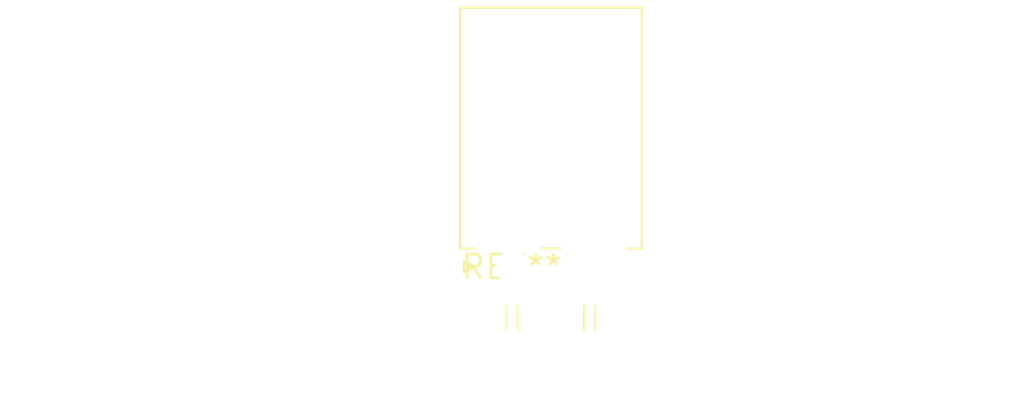
<source format=kicad_pcb>
(kicad_pcb (version 20240108) (generator pcbnew)
  (layers (0 "F.Cu" signal) (31 "B.Cu" signal) (34 "B.Paste" user) (35 "F.Paste" user) (36 "B.SilkS" user "B.Silkscreen") (37 "F.SilkS" user "F.Silkscreen") (38 "B.Mask" user) (39 "F.Mask" user) (44 "Edge.Cuts" user))
  (net 0 "")
  (footprint "Molex_Mini-Fit_Jr_5569-04A2_2x02_P4.20mm_Horizontal" (layer "F.Cu") (at 0 0)
    (property "Reference" "REF**")
    (property "Value" "Molex_Mini-Fit_Jr_5569-04A2_2x02_P4.20mm_Horizontal")
    (fp_line (start -2.81 -14.01) (end 2.1 -14.01) (layer "F.SilkS") (stroke (width 0.12)))
    (fp_line (start -2.81 -0.99) (end -2.81 -14.01) (layer "F.SilkS") (stroke (width 0.12)))
    (fp_line (start -2.6 -0.3) (end -2 0) (layer "F.SilkS") (stroke (width 0.12)))
    (fp_line (start -2.6 0.3) (end -2.6 -0.3) (layer "F.SilkS") (stroke (width 0.12)))
    (fp_line (start -2 -0.99) (end -2.81 -0.99) (layer "F.SilkS") (stroke (width 0.12)))
    (fp_line (start -2 0) (end -2.6 0.3) (layer "F.SilkS") (stroke (width 0.12)))
    (fp_line (start -0.3 2.11) (end -0.3 3.39) (layer "F.SilkS") (stroke (width 0.12)))
    (fp_line (start 0.3 2.11) (end 0.3 3.39) (layer "F.SilkS") (stroke (width 0.12)))
    (fp_line (start 1.61 -1) (end 2.59 -1) (layer "F.SilkS") (stroke (width 0.12)))
    (fp_line (start 3.9 2.11) (end 3.9 3.39) (layer "F.SilkS") (stroke (width 0.12)))
    (fp_line (start 4.5 2.11) (end 4.5 3.39) (layer "F.SilkS") (stroke (width 0.12)))
    (fp_line (start 6.2 -0.99) (end 7.01 -0.99) (layer "F.SilkS") (stroke (width 0.12)))
    (fp_line (start 7.01 -14.01) (end 2.1 -14.01) (layer "F.SilkS") (stroke (width 0.12)))
    (fp_line (start 7.01 -0.99) (end 7.01 -14.01) (layer "F.SilkS") (stroke (width 0.12)))
    (pad "" np_thru_hole circle (at 2.1 -7.3) (size 3 3) (drill 3) (layers *.Cu *.Mask))
    (pad "1" thru_hole roundrect (at 0 0) (size 2.7 3.7) (drill 1.8) (layers *.Cu *.Mask) (remove_unused_layers) (roundrect_rratio 0.092593))
    (pad "2" thru_hole oval (at 4.2 0) (size 2.7 3.7) (drill 1.8) (layers *.Cu *.Mask) (remove_unused_layers))
    (pad "3" thru_hole oval (at 0 5.5) (size 2.7 3.7) (drill 1.8) (layers *.Cu *.Mask) (remove_unused_layers))
    (pad "4" thru_hole oval (at 4.2 5.5) (size 2.7 3.7) (drill 1.8) (layers *.Cu *.Mask) (remove_unused_layers))
  )
)
</source>
